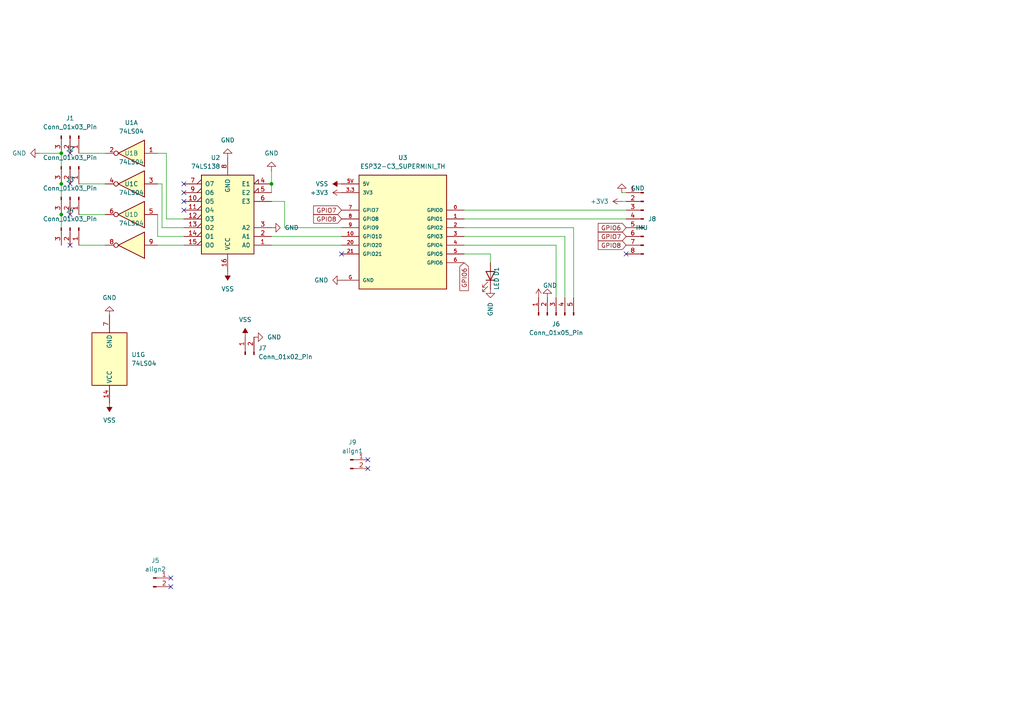
<source format=kicad_sch>
(kicad_sch (version 20250114) (generator "eeschema") (generator_version "9.0")
  (paper "A4")
  (lib_symbols
    (symbol "74xx:74LS04"
      (property "Reference" "U" (at 0 1.27 0))
      (property "Value" "74LS04" (at 0 -1.27 0))
      (symbol "74LS04_1_0"
        (polyline (pts (xy -3.81 3.81) (xy -3.81 -3.81) (xy 3.81 0) (xy -3.81 3.81)) (stroke (width 0.254)) (fill (type background)))
        (pin input line (at -7.62 0 0) (length 3.81) (name "~") (number "1"))
        (pin output inverted (at 7.62 0 180) (length 3.81) (name "~") (number "2"))
      )
      (symbol "74LS04_2_0"
        (polyline (pts (xy -3.81 3.81) (xy -3.81 -3.81) (xy 3.81 0) (xy -3.81 3.81)) (stroke (width 0.254)) (fill (type background)))
        (pin input line (at -7.62 0 0) (length 3.81) (name "~") (number "3"))
        (pin output inverted (at 7.62 0 180) (length 3.81) (name "~") (number "4"))
      )
      (symbol "74LS04_3_0"
        (polyline (pts (xy -3.81 3.81) (xy -3.81 -3.81) (xy 3.81 0) (xy -3.81 3.81)) (stroke (width 0.254)) (fill (type background)))
        (pin input line (at -7.62 0 0) (length 3.81) (name "~") (number "5"))
        (pin output inverted (at 7.62 0 180) (length 3.81) (name "~") (number "6"))
      )
      (symbol "74LS04_4_0"
        (polyline (pts (xy -3.81 3.81) (xy -3.81 -3.81) (xy 3.81 0) (xy -3.81 3.81)) (stroke (width 0.254)) (fill (type background)))
        (pin input line (at -7.62 0 0) (length 3.81) (name "~") (number "9"))
        (pin output inverted (at 7.62 0 180) (length 3.81) (name "~") (number "8"))
      )
      (symbol "74LS04_5_0"
        (polyline (pts (xy -3.81 3.81) (xy -3.81 -3.81) (xy 3.81 0) (xy -3.81 3.81)) (stroke (width 0.254)) (fill (type background)))
        (pin input line (at -7.62 0 0) (length 3.81) (name "~") (number "11"))
        (pin output inverted (at 7.62 0 180) (length 3.81) (name "~") (number "10"))
      )
      (symbol "74LS04_6_0"
        (polyline (pts (xy -3.81 3.81) (xy -3.81 -3.81) (xy 3.81 0) (xy -3.81 3.81)) (stroke (width 0.254)) (fill (type background)))
        (pin input line (at -7.62 0 0) (length 3.81) (name "~") (number "13"))
        (pin output inverted (at 7.62 0 180) (length 3.81) (name "~") (number "12"))
      )
      (symbol "74LS04_7_0"
        (pin power_in line (at 0 12.7 270) (length 5.08) (name "VCC") (number "14"))
        (pin power_in line (at 0 -12.7 90) (length 5.08) (name "GND") (number "7"))
      )
      (symbol "74LS04_7_1"
        (rectangle (start -5.08 7.62) (end 5.08 -7.62) (stroke (width 0.254)) (fill (type background)))
      )
    )
    (symbol "74xx:74LS138" (pin_names (offset 1.016))
      (property "Reference" "U" (at -7.62 11.43 0))
      (property "Value" "74LS138" (at -7.62 -13.97 0))
      (symbol "74LS138_1_0"
        (pin input line (at -12.7 7.62 0) (length 5.08) (name "A0") (number "1"))
        (pin input line (at -12.7 5.08 0) (length 5.08) (name "A1") (number "2"))
        (pin input line (at -12.7 2.54 0) (length 5.08) (name "A2") (number "3"))
        (pin input line (at -12.7 -5.08 0) (length 5.08) (name "E3") (number "6"))
        (pin input input_low (at -12.7 -7.62 0) (length 5.08) (name "E2") (number "5"))
        (pin input input_low (at -12.7 -10.16 0) (length 5.08) (name "E1") (number "4"))
        (pin power_in line (at 0 15.24 270) (length 5.08) (name "VCC") (number "16"))
        (pin power_in line (at 0 -17.78 90) (length 5.08) (name "GND") (number "8"))
        (pin output output_low (at 12.7 7.62 180) (length 5.08) (name "O0") (number "15"))
        (pin output output_low (at 12.7 5.08 180) (length 5.08) (name "O1") (number "14"))
        (pin output output_low (at 12.7 2.54 180) (length 5.08) (name "O2") (number "13"))
        (pin output output_low (at 12.7 0 180) (length 5.08) (name "O3") (number "12"))
        (pin output output_low (at 12.7 -2.54 180) (length 5.08) (name "O4") (number "11"))
        (pin output output_low (at 12.7 -5.08 180) (length 5.08) (name "O5") (number "10"))
        (pin output output_low (at 12.7 -7.62 180) (length 5.08) (name "O6") (number "9"))
        (pin output output_low (at 12.7 -10.16 180) (length 5.08) (name "O7") (number "7"))
      )
      (symbol "74LS138_1_1"
        (rectangle (start -7.62 10.16) (end 7.62 -12.7) (stroke (width 0.254)) (fill (type background)))
      )
    )
    (symbol "Connector:Conn_01x02_Pin" (pin_names (offset 1.016) (hide yes))
      (property "Reference" "J" (at 0 2.54 0))
      (property "Value" "Conn_01x02_Pin" (at 0 -5.08 0))
      (symbol "Conn_01x02_Pin_1_1"
        (rectangle (start 0.8636 0.127) (end 0 -0.127) (stroke (width 0.1524)) (fill (type outline)))
        (rectangle (start 0.8636 -2.413) (end 0 -2.667) (stroke (width 0.1524)) (fill (type outline)))
        (polyline (pts (xy 1.27 0) (xy 0.8636 0)) (stroke (width 0.1524)))
        (polyline (pts (xy 1.27 -2.54) (xy 0.8636 -2.54)) (stroke (width 0.1524)))
        (pin passive line (at 5.08 0 180) (length 3.81) (name "Pin_1") (number "1"))
        (pin passive line (at 5.08 -2.54 180) (length 3.81) (name "Pin_2") (number "2"))
      )
    )
    (symbol "Connector:Conn_01x03_Pin" (pin_names (offset 1.016) (hide yes))
      (property "Reference" "J" (at 0 5.08 0))
      (property "Value" "Conn_01x03_Pin" (at 0 -5.08 0))
      (symbol "Conn_01x03_Pin_1_1"
        (rectangle (start 0.8636 2.667) (end 0 2.413) (stroke (width 0.1524)) (fill (type outline)))
        (rectangle (start 0.8636 0.127) (end 0 -0.127) (stroke (width 0.1524)) (fill (type outline)))
        (rectangle (start 0.8636 -2.413) (end 0 -2.667) (stroke (width 0.1524)) (fill (type outline)))
        (polyline (pts (xy 1.27 2.54) (xy 0.8636 2.54)) (stroke (width 0.1524)))
        (polyline (pts (xy 1.27 0) (xy 0.8636 0)) (stroke (width 0.1524)))
        (polyline (pts (xy 1.27 -2.54) (xy 0.8636 -2.54)) (stroke (width 0.1524)))
        (pin passive line (at 5.08 2.54 180) (length 3.81) (name "Pin_1") (number "1"))
        (pin passive line (at 5.08 0 180) (length 3.81) (name "Pin_2") (number "2"))
        (pin passive line (at 5.08 -2.54 180) (length 3.81) (name "Pin_3") (number "3"))
      )
    )
    (symbol "Connector:Conn_01x05_Pin" (pin_names (offset 1.016) (hide yes))
      (property "Reference" "J" (at 0 7.62 0))
      (property "Value" "Conn_01x05_Pin" (at 0 -7.62 0))
      (symbol "Conn_01x05_Pin_1_1"
        (rectangle (start 0.8636 5.207) (end 0 4.953) (stroke (width 0.1524)) (fill (type outline)))
        (rectangle (start 0.8636 2.667) (end 0 2.413) (stroke (width 0.1524)) (fill (type outline)))
        (rectangle (start 0.8636 0.127) (end 0 -0.127) (stroke (width 0.1524)) (fill (type outline)))
        (rectangle (start 0.8636 -2.413) (end 0 -2.667) (stroke (width 0.1524)) (fill (type outline)))
        (rectangle (start 0.8636 -4.953) (end 0 -5.207) (stroke (width 0.1524)) (fill (type outline)))
        (polyline (pts (xy 1.27 5.08) (xy 0.8636 5.08)) (stroke (width 0.1524)))
        (polyline (pts (xy 1.27 2.54) (xy 0.8636 2.54)) (stroke (width 0.1524)))
        (polyline (pts (xy 1.27 0) (xy 0.8636 0)) (stroke (width 0.1524)))
        (polyline (pts (xy 1.27 -2.54) (xy 0.8636 -2.54)) (stroke (width 0.1524)))
        (polyline (pts (xy 1.27 -5.08) (xy 0.8636 -5.08)) (stroke (width 0.1524)))
        (pin passive line (at 5.08 5.08 180) (length 3.81) (name "Pin_1") (number "1"))
        (pin passive line (at 5.08 2.54 180) (length 3.81) (name "Pin_2") (number "2"))
        (pin passive line (at 5.08 0 180) (length 3.81) (name "Pin_3") (number "3"))
        (pin passive line (at 5.08 -2.54 180) (length 3.81) (name "Pin_4") (number "4"))
        (pin passive line (at 5.08 -5.08 180) (length 3.81) (name "Pin_5") (number "5"))
      )
    )
    (symbol "Connector:Conn_01x08_Pin" (pin_names (offset 1.016) (hide yes))
      (property "Reference" "J" (at 0 10.16 0))
      (property "Value" "Conn_01x08_Pin" (at 0 -12.7 0))
      (symbol "Conn_01x08_Pin_1_1"
        (rectangle (start 0.8636 7.747) (end 0 7.493) (stroke (width 0.1524)) (fill (type outline)))
        (rectangle (start 0.8636 5.207) (end 0 4.953) (stroke (width 0.1524)) (fill (type outline)))
        (rectangle (start 0.8636 2.667) (end 0 2.413) (stroke (width 0.1524)) (fill (type outline)))
        (rectangle (start 0.8636 0.127) (end 0 -0.127) (stroke (width 0.1524)) (fill (type outline)))
        (rectangle (start 0.8636 -2.413) (end 0 -2.667) (stroke (width 0.1524)) (fill (type outline)))
        (rectangle (start 0.8636 -4.953) (end 0 -5.207) (stroke (width 0.1524)) (fill (type outline)))
        (rectangle (start 0.8636 -7.493) (end 0 -7.747) (stroke (width 0.1524)) (fill (type outline)))
        (rectangle (start 0.8636 -10.033) (end 0 -10.287) (stroke (width 0.1524)) (fill (type outline)))
        (polyline (pts (xy 1.27 7.62) (xy 0.8636 7.62)) (stroke (width 0.1524)))
        (polyline (pts (xy 1.27 5.08) (xy 0.8636 5.08)) (stroke (width 0.1524)))
        (polyline (pts (xy 1.27 2.54) (xy 0.8636 2.54)) (stroke (width 0.1524)))
        (polyline (pts (xy 1.27 0) (xy 0.8636 0)) (stroke (width 0.1524)))
        (polyline (pts (xy 1.27 -2.54) (xy 0.8636 -2.54)) (stroke (width 0.1524)))
        (polyline (pts (xy 1.27 -5.08) (xy 0.8636 -5.08)) (stroke (width 0.1524)))
        (polyline (pts (xy 1.27 -7.62) (xy 0.8636 -7.62)) (stroke (width 0.1524)))
        (polyline (pts (xy 1.27 -10.16) (xy 0.8636 -10.16)) (stroke (width 0.1524)))
        (pin passive line (at 5.08 7.62 180) (length 3.81) (name "Pin_1") (number "1"))
        (pin passive line (at 5.08 5.08 180) (length 3.81) (name "Pin_2") (number "2"))
        (pin passive line (at 5.08 2.54 180) (length 3.81) (name "Pin_3") (number "3"))
        (pin passive line (at 5.08 0 180) (length 3.81) (name "Pin_4") (number "4"))
        (pin passive line (at 5.08 -2.54 180) (length 3.81) (name "Pin_5") (number "5"))
        (pin passive line (at 5.08 -5.08 180) (length 3.81) (name "Pin_6") (number "6"))
        (pin passive line (at 5.08 -7.62 180) (length 3.81) (name "Pin_7") (number "7"))
        (pin passive line (at 5.08 -10.16 180) (length 3.81) (name "Pin_8") (number "8"))
      )
    )
    (symbol "Device:LED" (pin_numbers (hide yes)) (pin_names (offset 1.016) (hide yes))
      (property "Reference" "D" (at 0 2.54 0))
      (property "Value" "LED" (at 0 -2.54 0))
      (symbol "LED_0_1"
        (polyline (pts (xy -3.048 -0.762) (xy -4.572 -2.286) (xy -3.81 -2.286) (xy -4.572 -2.286) (xy -4.572 -1.524)))
        (polyline (pts (xy -1.778 -0.762) (xy -3.302 -2.286) (xy -2.54 -2.286) (xy -3.302 -2.286) (xy -3.302 -1.524)))
        (polyline (pts (xy -1.27 0) (xy 1.27 0)))
        (polyline (pts (xy -1.27 -1.27) (xy -1.27 1.27)) (stroke (width 0.254)))
        (polyline (pts (xy 1.27 -1.27) (xy 1.27 1.27) (xy -1.27 0) (xy 1.27 -1.27)) (stroke (width 0.254)))
      )
      (symbol "LED_1_1"
        (pin passive line (at -3.81 0 0) (length 2.54) (name "K") (number "1"))
        (pin passive line (at 3.81 0 180) (length 2.54) (name "A") (number "2"))
      )
    )
    (symbol "ESP32-C3_SUPERMINI_TH:ESP32-C3_SUPERMINI_TH" (pin_names (offset 1.016))
      (property "Reference" "U" (at -12.7 16.002 0))
      (property "Value" "ESP32-C3_SUPERMINI_TH" (at -12.7 -20.32 0))
      (symbol "ESP32-C3_SUPERMINI_TH_0_0"
        (rectangle (start -12.7 -17.78) (end 12.7 15.24) (stroke (width 0.254)) (fill (type background)))
        (pin bidirectional line (at -17.78 5.08 0) (length 5.08) (name "GPIO0") (number "0"))
        (pin bidirectional line (at -17.78 2.54 0) (length 5.08) (name "GPIO1") (number "1"))
        (pin bidirectional line (at -17.78 0 0) (length 5.08) (name "GPIO2") (number "2"))
        (pin bidirectional line (at -17.78 -2.54 0) (length 5.08) (name "GPIO3") (number "3"))
        (pin bidirectional line (at -17.78 -5.08 0) (length 5.08) (name "GPIO4") (number "4"))
        (pin bidirectional line (at -17.78 -7.62 0) (length 5.08) (name "GPIO5") (number "5"))
        (pin bidirectional line (at -17.78 -10.16 0) (length 5.08) (name "GPIO6") (number "6"))
        (pin power_in line (at 17.78 12.7 180) (length 5.08) (name "5V") (number "5V"))
        (pin power_in line (at 17.78 10.16 180) (length 5.08) (name "3V3") (number "3.3"))
        (pin bidirectional line (at 17.78 5.08 180) (length 5.08) (name "GPIO7") (number "7"))
        (pin bidirectional line (at 17.78 2.54 180) (length 5.08) (name "GPIO8") (number "8"))
        (pin bidirectional line (at 17.78 0 180) (length 5.08) (name "GPIO9") (number "9"))
        (pin bidirectional line (at 17.78 -2.54 180) (length 5.08) (name "GPIO10") (number "10"))
        (pin bidirectional line (at 17.78 -5.08 180) (length 5.08) (name "GPIO20") (number "20"))
        (pin bidirectional line (at 17.78 -7.62 180) (length 5.08) (name "GPIO21") (number "21"))
        (pin power_in line (at 17.78 -15.24 180) (length 5.08) (name "GND") (number "G"))
      )
    )
    (symbol "power:+3V3" (power) (pin_numbers (hide yes)) (pin_names (offset 0) (hide yes))
      (property "Value" "+3V3" (at 0 3.556 0))
      (symbol "+3V3_0_1"
        (polyline (pts (xy -0.762 1.27) (xy 0 2.54)))
        (polyline (pts (xy 0 2.54) (xy 0.762 1.27)))
        (polyline (pts (xy 0 0) (xy 0 2.54)))
      )
      (symbol "+3V3_1_1"
        (pin power_in line (at 0 0 90) (length 0) (name "~") (number "1"))
      )
    )
    (symbol "power:GND" (power) (pin_numbers (hide yes)) (pin_names (offset 0) (hide yes))
      (property "Value" "GND" (at 0 -3.81 0))
      (symbol "GND_0_1"
        (polyline (pts (xy 0 0) (xy 0 -1.27) (xy 1.27 -1.27) (xy 0 -2.54) (xy -1.27 -1.27) (xy 0 -1.27)))
      )
      (symbol "GND_1_1"
        (pin power_in line (at 0 0 270) (length 0) (name "~") (number "1"))
      )
    )
    (symbol "power:VSS" (power) (pin_numbers (hide yes)) (pin_names (offset 0) (hide yes))
      (property "Value" "VSS" (at 0 3.556 0))
      (symbol "VSS_0_1"
        (polyline (pts (xy 0 0) (xy 0 2.54)))
        (polyline (pts (xy 0.762 1.27) (xy -0.762 1.27) (xy 0 2.54) (xy 0.762 1.27)) (fill (type outline)))
      )
      (symbol "VSS_1_1"
        (pin power_in line (at 0 0 90) (length 0) (name "~") (number "1"))
      )
    )
  )
  (junction (at 78.74 53.34))
  (junction (at 17.78 44.45))
  (junction (at 17.78 62.23))
  (junction (at 17.78 53.34))
  (no_connect (at 49.53 167.64))
  (no_connect (at 53.34 58.42))
  (no_connect (at 20.32 53.34))
  (no_connect (at 106.68 135.89))
  (no_connect (at 106.68 133.35))
  (no_connect (at 53.34 53.34))
  (no_connect (at 53.34 55.88))
  (no_connect (at 20.32 71.12))
  (no_connect (at 20.32 62.23))
  (no_connect (at 53.34 60.96))
  (no_connect (at 181.61 73.66))
  (no_connect (at 99.06 73.66))
  (no_connect (at 20.32 44.45))
  (no_connect (at 49.53 170.18))
  (wire (pts (xy 78.74 71.12) (xy 99.06 71.12)))
  (wire (pts (xy 11.43 44.45) (xy 17.78 44.45)))
  (wire (pts (xy 22.86 44.45) (xy 30.48 44.45)))
  (wire (pts (xy 22.86 71.12) (xy 30.48 71.12)))
  (wire (pts (xy 78.74 53.34) (xy 78.74 55.88)))
  (wire (pts (xy 46.99 53.34) (xy 45.72 53.34)))
  (wire (pts (xy 142.24 73.66) (xy 142.24 76.2)))
  (wire (pts (xy 134.62 66.04) (xy 166.37 66.04)))
  (wire (pts (xy 181.61 55.88) (xy 180.34 55.88)))
  (wire (pts (xy 82.55 66.04) (xy 99.06 66.04)))
  (wire (pts (xy 181.61 58.42) (xy 180.34 58.42)))
  (wire (pts (xy 78.74 53.34) (xy 78.74 49.53)))
  (wire (pts (xy 134.62 68.58) (xy 163.83 68.58)))
  (wire (pts (xy 17.78 44.45) (xy 17.78 53.34)))
  (wire (pts (xy 134.62 60.96) (xy 181.61 60.96)))
  (wire (pts (xy 45.72 44.45) (xy 48.26 44.45)))
  (wire (pts (xy 46.99 66.04) (xy 46.99 53.34)))
  (wire (pts (xy 22.86 62.23) (xy 30.48 62.23)))
  (wire (pts (xy 45.72 68.58) (xy 45.72 62.23)))
  (wire (pts (xy 134.62 73.66) (xy 142.24 73.66)))
  (wire (pts (xy 53.34 68.58) (xy 45.72 68.58)))
  (wire (pts (xy 166.37 66.04) (xy 166.37 86.36)))
  (wire (pts (xy 82.55 58.42) (xy 82.55 66.04)))
  (wire (pts (xy 134.62 71.12) (xy 161.29 71.12)))
  (wire (pts (xy 22.86 53.34) (xy 30.48 53.34)))
  (wire (pts (xy 45.72 71.12) (xy 53.34 71.12)))
  (wire (pts (xy 48.26 44.45) (xy 48.26 63.5)))
  (wire (pts (xy 17.78 62.23) (xy 17.78 71.12)))
  (wire (pts (xy 161.29 71.12) (xy 161.29 86.36)))
  (wire (pts (xy 48.26 63.5) (xy 53.34 63.5)))
  (wire (pts (xy 78.74 68.58) (xy 99.06 68.58)))
  (wire (pts (xy 134.62 63.5) (xy 181.61 63.5)))
  (wire (pts (xy 17.78 53.34) (xy 17.78 62.23)))
  (wire (pts (xy 78.74 58.42) (xy 82.55 58.42)))
  (wire (pts (xy 53.34 66.04) (xy 46.99 66.04)))
  (wire (pts (xy 163.83 68.58) (xy 163.83 86.36)))
  (global_label "GPIO7" (shape input) (at 99.06 60.96 180) (property "Intersheetrefs" "${INTERSHEET_REFS}" (effects (hide yes))))
  (global_label "GPIO6" (shape input) (at 134.62 76.2 270) (property "Intersheetrefs" "${INTERSHEET_REFS}" (effects (hide yes))))
  (global_label "GPIO8" (shape input) (at 99.06 63.5 180) (property "Intersheetrefs" "${INTERSHEET_REFS}" (effects (hide yes))))
  (global_label "GPIO8" (shape input) (at 181.61 71.12 180) (property "Intersheetrefs" "${INTERSHEET_REFS}" (effects (hide yes))))
  (global_label "GPIO7" (shape input) (at 181.61 68.58 180) (property "Intersheetrefs" "${INTERSHEET_REFS}" (effects (hide yes))))
  (global_label "GPIO6" (shape input) (at 181.61 66.04 180) (property "Intersheetrefs" "${INTERSHEET_REFS}" (effects (hide yes))))
  (symbol (lib_id "power:+3V3") (at 180.34 58.42 90) (unit 1)
    (property "Reference" "#PWR09" (effects (hide yes)))
    (property "Value" "+3V3" (at 176.53 58.4199 90) (effects (justify left)))
    (property "Description" "Power symbol creates a global label with name \"+3V3\"" (effects (hide yes)))
  )
  (symbol (lib_id "power:VSS") (at 66.04 78.74 180) (unit 1)
    (property "Reference" "#PWR07" (effects (hide yes)))
    (property "Value" "VSS" (at 66.04 83.82 0))
    (property "Description" "Power symbol creates a global label with name \"VSS\"" (effects (hide yes)))
  )
  (symbol (lib_id "Connector:Conn_01x03_Pin") (at 20.32 48.26 270) (unit 1)
    (property "Reference" "J2" (at 20.32 43.18 90))
    (property "Value" "Conn_01x03_Pin" (at 20.32 45.72 90))
    (property "Footprint" "Connector_PinHeader_2.54mm:PinHeader_1x03_P2.54mm_Vertical" (effects (hide yes)))
    (property "Description" "Generic connector, single row, 01x03, script generated" (effects (hide yes)))
  )
  (symbol (lib_id "power:VSS") (at 31.75 116.84 180) (unit 1)
    (property "Reference" "#PWR014" (effects (hide yes)))
    (property "Value" "VSS" (at 31.75 121.92 0))
    (property "Description" "Power symbol creates a global label with name \"VSS\"" (effects (hide yes)))
  )
  (symbol (lib_id "Connector:Conn_01x03_Pin") (at 20.32 57.15 270) (unit 1)
    (property "Reference" "J3" (at 20.32 52.07 90))
    (property "Value" "Conn_01x03_Pin" (at 20.32 54.61 90))
    (property "Footprint" "Connector_PinHeader_2.54mm:PinHeader_1x03_P2.54mm_Vertical" (effects (hide yes)))
    (property "Description" "Generic connector, single row, 01x03, script generated" (effects (hide yes)))
  )
  (symbol (lib_id "Connector:Conn_01x02_Pin") (at 44.45 167.64 0) (unit 1)
    (property "Reference" "J5" (at 45.085 162.56 0))
    (property "Value" "align2" (at 45.085 165.1 0))
    (property "Footprint" "Connector_PinHeader_2.54mm:PinHeader_1x02_P2.54mm_Vertical" (effects (hide yes)))
    (property "Description" "Generic connector, single row, 01x02, script generated" (effects (hide yes)))
  )
  (symbol (lib_id "power:GND") (at 31.75 91.44 180) (unit 1)
    (property "Reference" "#PWR013" (effects (hide yes)))
    (property "Value" "GND" (at 31.75 86.36 0))
    (property "Description" "Power symbol creates a global label with name \"GND\" , ground" (effects (hide yes)))
  )
  (symbol (lib_id "power:+3V3") (at 156.21 86.36 0) (unit 1)
    (property "Reference" "#PWR011" (effects (hide yes)))
    (property "Value" "+3V3" (effects (hide yes)))
    (property "Description" "Power symbol creates a global label with name \"+3V3\"" (effects (hide yes)))
  )
  (symbol (lib_id "74xx:74LS04") (at 38.1 62.23 180) (unit 3)
    (property "Reference" "U1" (at 38.1 53.34 0))
    (property "Value" "74LS04" (at 38.1 55.88 0))
    (property "Footprint" "Package_DIP:DIP-14_W7.62mm" (effects (hide yes)))
    (property "Datasheet" "http://www.ti.com/lit/gpn/sn74LS04" (effects (hide yes)))
    (property "Description" "Hex Inverter" (effects (hide yes)))
  )
  (symbol (lib_id "power:VSS") (at 99.06 53.34 90) (unit 1)
    (property "Reference" "#PWR04" (effects (hide yes)))
    (property "Value" "VSS" (at 95.25 53.3399 90) (effects (justify left)))
    (property "Description" "Power symbol creates a global label with name \"VSS\"" (effects (hide yes)))
  )
  (symbol (lib_id "power:GND") (at 158.75 86.36 180) (unit 1)
    (property "Reference" "#PWR012" (effects (hide yes)))
    (property "Value" "GND" (at 157.48 82.804 0) (effects (justify right)))
    (property "Description" "Power symbol creates a global label with name \"GND\" , ground" (effects (hide yes)))
  )
  (symbol (lib_id "power:GND") (at 99.06 81.28 270) (unit 1)
    (property "Reference" "#PWR019" (effects (hide yes)))
    (property "Value" "GND" (at 95.25 81.2799 90) (effects (justify right)))
    (property "Description" "Power symbol creates a global label with name \"GND\" , ground" (effects (hide yes)))
  )
  (symbol (lib_id "power:GND") (at 11.43 44.45 270) (unit 1)
    (property "Reference" "#PWR08" (effects (hide yes)))
    (property "Value" "GND" (at 7.62 44.4499 90) (effects (justify right)))
    (property "Description" "Power symbol creates a global label with name \"GND\" , ground" (effects (hide yes)))
  )
  (symbol (lib_id "power:GND") (at 78.74 49.53 180) (unit 1)
    (property "Reference" "#PWR01" (effects (hide yes)))
    (property "Value" "GND" (at 78.74 44.45 0))
    (property "Description" "Power symbol creates a global label with name \"GND\" , ground" (effects (hide yes)))
  )
  (symbol (lib_id "power:GND") (at 78.74 66.04 90) (unit 1)
    (property "Reference" "#PWR06" (effects (hide yes)))
    (property "Value" "GND" (at 82.55 66.0399 90) (effects (justify right)))
    (property "Description" "Power symbol creates a global label with name \"GND\" , ground" (effects (hide yes)))
  )
  (symbol (lib_id "power:GND") (at 142.24 83.82 0) (mirror y) (unit 1)
    (property "Reference" "#PWR017" (effects (hide yes)))
    (property "Value" "GND" (at 142.2401 87.63 90) (effects (justify right)))
    (property "Description" "Power symbol creates a global label with name \"GND\" , ground" (effects (hide yes)))
  )
  (symbol (lib_id "Connector:Conn_01x02_Pin") (at 101.6 133.35 0) (unit 1)
    (property "Reference" "J9" (at 102.235 128.27 0))
    (property "Value" "align1" (at 102.235 130.81 0))
    (property "Footprint" "Connector_PinHeader_2.54mm:PinHeader_1x02_P2.54mm_Vertical" (effects (hide yes)))
    (property "Description" "Generic connector, single row, 01x02, script generated" (effects (hide yes)))
  )
  (symbol (lib_id "74xx:74LS04") (at 31.75 104.14 180) (unit 7)
    (property "Reference" "U1" (at 38.1 102.8699 0) (effects (justify right)))
    (property "Value" "74LS04" (at 38.1 105.4099 0) (effects (justify right)))
    (property "Footprint" "Package_DIP:DIP-14_W7.62mm" (effects (hide yes)))
    (property "Datasheet" "http://www.ti.com/lit/gpn/sn74LS04" (effects (hide yes)))
    (property "Description" "Hex Inverter" (effects (hide yes)))
  )
  (symbol (lib_id "Connector:Conn_01x02_Pin") (at 71.12 102.87 90) (unit 1)
    (property "Reference" "J7" (at 74.93 100.9649 90) (effects (justify right)))
    (property "Value" "Conn_01x02_Pin" (at 74.93 103.5049 90) (effects (justify right)))
    (property "Footprint" "Connector_PinHeader_2.54mm:PinHeader_1x02_P2.54mm_Vertical" (effects (hide yes)))
    (property "Description" "Generic connector, single row, 01x02, script generated" (effects (hide yes)))
  )
  (symbol (lib_id "74xx:74LS138") (at 66.04 63.5 180) (unit 1)
    (property "Reference" "U2" (at 63.8967 45.72 0) (effects (justify left)))
    (property "Value" "74LS138" (at 63.8967 48.26 0) (effects (justify left)))
    (property "Footprint" "Package_DIP:DIP-16_W7.62mm" (effects (hide yes)))
    (property "Datasheet" "http://www.ti.com/lit/gpn/sn74LS138" (effects (hide yes)))
    (property "Description" "Decoder 3 to 8 active low outputs" (effects (hide yes)))
  )
  (symbol (lib_id "Connector:Conn_01x05_Pin") (at 161.29 91.44 90) (unit 1)
    (property "Reference" "J6" (at 161.29 93.98 90))
    (property "Value" "Conn_01x05_Pin" (at 161.29 96.52 90))
    (property "Footprint" "Connector_PinHeader_2.54mm:PinHeader_1x06_P2.54mm_Horizontal" (effects (hide yes)))
    (property "Description" "Generic connector, single row, 01x05, script generated" (effects (hide yes)))
  )
  (symbol (lib_id "power:GND") (at 66.04 45.72 180) (unit 1)
    (property "Reference" "#PWR05" (effects (hide yes)))
    (property "Value" "GND" (at 66.04 40.64 0))
    (property "Description" "Power symbol creates a global label with name \"GND\" , ground" (effects (hide yes)))
  )
  (symbol (lib_id "Connector:Conn_01x03_Pin") (at 20.32 66.04 270) (unit 1)
    (property "Reference" "J4" (at 20.32 60.96 90))
    (property "Value" "Conn_01x03_Pin" (at 20.32 63.5 90))
    (property "Footprint" "Connector_PinHeader_2.54mm:PinHeader_1x03_P2.54mm_Vertical" (effects (hide yes)))
    (property "Description" "Generic connector, single row, 01x03, script generated" (effects (hide yes)))
  )
  (symbol (lib_id "Connector:Conn_01x08_Pin") (at 186.69 63.5 0) (mirror y) (unit 1)
    (property "Reference" "J8" (at 187.96 63.4999 0) (effects (justify right)))
    (property "Value" "IMU" (at 187.96 66.0399 0) (effects (justify left)))
    (property "Footprint" "Connector_PinHeader_2.54mm:PinHeader_1x08_P2.54mm_Vertical" (effects (hide yes)))
    (property "Description" "Generic connector, single row, 01x08, script generated" (effects (hide yes)))
  )
  (symbol (lib_id "Device:LED") (at 142.24 80.01 270) (mirror x) (unit 1)
    (property "Reference" "D1" (at 144.018 78.74 0))
    (property "Value" "LED" (at 144.018 82.296 0))
    (property "Footprint" "LED_THT:LED_D3.0mm" (effects (hide yes)))
    (property "Description" "Light emitting diode" (effects (hide yes)))
    (property "Sim.Pins" "1=K 2=A" (effects (hide yes)))
  )
  (symbol (lib_id "power:VSS") (at 71.12 97.79 0) (unit 1)
    (property "Reference" "#PWR015" (effects (hide yes)))
    (property "Value" "VSS" (at 71.12 92.71 0))
    (property "Description" "Power symbol creates a global label with name \"VSS\"" (effects (hide yes)))
  )
  (symbol (lib_id "74xx:74LS04") (at 38.1 53.34 180) (unit 2)
    (property "Reference" "U1" (at 38.1 44.45 0))
    (property "Value" "74LS04" (at 38.1 46.99 0))
    (property "Footprint" "Package_DIP:DIP-14_W7.62mm" (effects (hide yes)))
    (property "Datasheet" "http://www.ti.com/lit/gpn/sn74LS04" (effects (hide yes)))
    (property "Description" "Hex Inverter" (effects (hide yes)))
  )
  (symbol (lib_id "power:GND") (at 180.34 55.88 180) (unit 1)
    (property "Reference" "#PWR010" (effects (hide yes)))
    (property "Value" "GND" (at 182.88 54.6099 0) (effects (justify right)))
    (property "Description" "Power symbol creates a global label with name \"GND\" , ground" (effects (hide yes)))
  )
  (symbol (lib_id "74xx:74LS04") (at 38.1 44.45 180) (unit 1)
    (property "Reference" "U1" (at 38.1 35.56 0))
    (property "Value" "74LS04" (at 38.1 38.1 0))
    (property "Footprint" "Package_DIP:DIP-14_W7.62mm" (effects (hide yes)))
    (property "Datasheet" "http://www.ti.com/lit/gpn/sn74LS04" (effects (hide yes)))
    (property "Description" "Hex Inverter" (effects (hide yes)))
  )
  (symbol (lib_id "ESP32-C3_SUPERMINI_TH:ESP32-C3_SUPERMINI_TH") (at 116.84 66.04 0) (mirror y) (unit 1)
    (property "Reference" "U3" (at 116.84 45.72 0))
    (property "Value" "ESP32-C3_SUPERMINI_TH" (at 116.84 48.26 0))
    (property "Footprint" "ESP32-C3-SuperMini:MODULE_ESP32-C3_SUPERMINI_TH" (effects (hide yes)))
    (property "MF" "Espressif Systems" (effects (hide yes)))
    (property "Description_1" "Super tiny ESP32-C3 board" (effects (hide yes)))
    (property "CREATOR" "DIZAR" (effects (hide yes)))
    (property "Price" "None" (effects (hide yes)))
    (property "Package" "Package" (effects (hide yes)))
    (property "Check_prices" "https://www.snapeda.com/parts/ESP32-C3%20SuperMini_TH/Espressif+Systems/view-part/?ref=eda" (effects (hide yes)))
    (property "STANDARD" "IPC-7351B" (effects (hide yes)))
    (property "SnapEDA_Link" "https://www.snapeda.com/parts/ESP32-C3%20SuperMini_TH/Espressif+Systems/view-part/?ref=snap" (effects (hide yes)))
    (property "MP" "ESP32-C3 SuperMini_TH" (effects (hide yes)))
    (property "Availability" "Not in stock" (effects (hide yes)))
    (property "MANUFACTURER" "Espressif Systems" (effects (hide yes)))
  )
  (symbol (lib_id "power:GND") (at 73.66 97.79 90) (unit 1)
    (property "Reference" "#PWR016" (effects (hide yes)))
    (property "Value" "GND" (at 77.47 97.7899 90) (effects (justify right)))
    (property "Description" "Power symbol creates a global label with name \"GND\" , ground" (effects (hide yes)))
  )
  (symbol (lib_id "74xx:74LS04") (at 38.1 71.12 180) (unit 4)
    (property "Reference" "U1" (at 38.1 62.23 0))
    (property "Value" "74LS04" (at 38.1 64.77 0))
    (property "Footprint" "Package_DIP:DIP-14_W7.62mm" (effects (hide yes)))
    (property "Datasheet" "http://www.ti.com/lit/gpn/sn74LS04" (effects (hide yes)))
    (property "Description" "Hex Inverter" (effects (hide yes)))
  )
  (symbol (lib_id "power:+3V3") (at 99.06 55.88 90) (unit 1)
    (property "Reference" "#PWR018" (effects (hide yes)))
    (property "Value" "+3V3" (at 95.25 55.8799 90) (effects (justify left)))
    (property "Description" "Power symbol creates a global label with name \"+3V3\"" (effects (hide yes)))
  )
  (symbol (lib_id "Connector:Conn_01x03_Pin") (at 20.32 39.37 270) (unit 1)
    (property "Reference" "J1" (at 20.32 34.29 90))
    (property "Value" "Conn_01x03_Pin" (at 20.32 36.83 90))
    (property "Footprint" "Connector_PinHeader_2.54mm:PinHeader_1x03_P2.54mm_Vertical" (effects (hide yes)))
    (property "Description" "Generic connector, single row, 01x03, script generated" (effects (hide yes)))
  )
)
</source>
